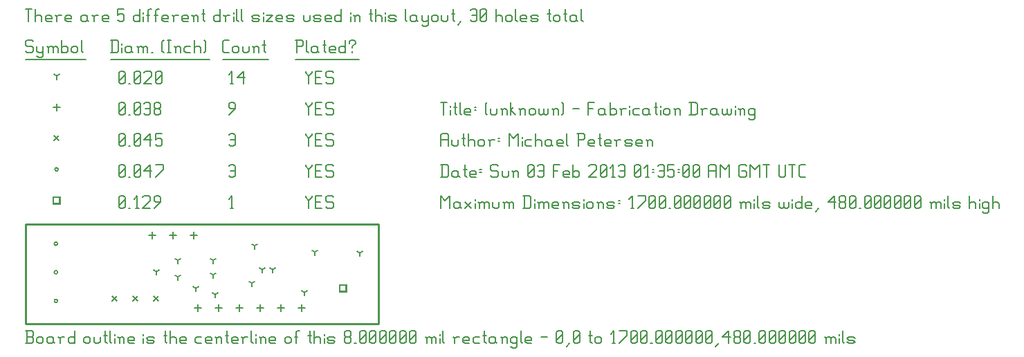
<source format=gbr>
G04 start of page 10 for group -3984 idx -3984 *
G04 Title: (unknown), fab *
G04 Creator: pcb 20110918 *
G04 CreationDate: Sun 03 Feb 2013 01:35:00 AM GMT UTC *
G04 For: petersen *
G04 Format: Gerber/RS-274X *
G04 PCB-Dimensions: 170000 48000 *
G04 PCB-Coordinate-Origin: lower left *
%MOIN*%
%FSLAX25Y25*%
%LNFAB*%
%ADD70C,0.0100*%
%ADD69C,0.0060*%
%ADD68R,0.0080X0.0080*%
G54D68*X151400Y18600D02*X154600D01*
X151400D02*Y15400D01*
X154600D01*
Y18600D02*Y15400D01*
X13400Y60850D02*X16600D01*
X13400D02*Y57650D01*
X16600D01*
Y60850D02*Y57650D01*
G54D69*X135000Y61500D02*Y60750D01*
X136500Y59250D01*
X138000Y60750D01*
Y61500D02*Y60750D01*
X136500Y59250D02*Y55500D01*
X139800Y58500D02*X142050D01*
X139800Y55500D02*X142800D01*
X139800Y61500D02*Y55500D01*
Y61500D02*X142800D01*
X147600D02*X148350Y60750D01*
X145350Y61500D02*X147600D01*
X144600Y60750D02*X145350Y61500D01*
X144600Y60750D02*Y59250D01*
X145350Y58500D01*
X147600D01*
X148350Y57750D01*
Y56250D01*
X147600Y55500D02*X148350Y56250D01*
X145350Y55500D02*X147600D01*
X144600Y56250D02*X145350Y55500D01*
X98750D02*X100250D01*
X99500Y61500D02*Y55500D01*
X98000Y60000D02*X99500Y61500D01*
X45000Y56250D02*X45750Y55500D01*
X45000Y60750D02*Y56250D01*
Y60750D02*X45750Y61500D01*
X47250D01*
X48000Y60750D01*
Y56250D01*
X47250Y55500D02*X48000Y56250D01*
X45750Y55500D02*X47250D01*
X45000Y57000D02*X48000Y60000D01*
X49800Y55500D02*X50550D01*
X53100D02*X54600D01*
X53850Y61500D02*Y55500D01*
X52350Y60000D02*X53850Y61500D01*
X56400Y60750D02*X57150Y61500D01*
X59400D01*
X60150Y60750D01*
Y59250D01*
X56400Y55500D02*X60150Y59250D01*
X56400Y55500D02*X60150D01*
X61950D02*X64950Y58500D01*
Y60750D02*Y58500D01*
X64200Y61500D02*X64950Y60750D01*
X62700Y61500D02*X64200D01*
X61950Y60750D02*X62700Y61500D01*
X61950Y60750D02*Y59250D01*
X62700Y58500D01*
X64950D01*
X13873Y38445D02*G75*G03X15473Y38445I800J0D01*G01*
G75*G03X13873Y38445I-800J0D01*G01*
Y24665D02*G75*G03X15473Y24665I800J0D01*G01*
G75*G03X13873Y24665I-800J0D01*G01*
Y10886D02*G75*G03X15473Y10886I800J0D01*G01*
G75*G03X13873Y10886I-800J0D01*G01*
X14200Y74250D02*G75*G03X15800Y74250I800J0D01*G01*
G75*G03X14200Y74250I-800J0D01*G01*
X135000Y76500D02*Y75750D01*
X136500Y74250D01*
X138000Y75750D01*
Y76500D02*Y75750D01*
X136500Y74250D02*Y70500D01*
X139800Y73500D02*X142050D01*
X139800Y70500D02*X142800D01*
X139800Y76500D02*Y70500D01*
Y76500D02*X142800D01*
X147600D02*X148350Y75750D01*
X145350Y76500D02*X147600D01*
X144600Y75750D02*X145350Y76500D01*
X144600Y75750D02*Y74250D01*
X145350Y73500D01*
X147600D01*
X148350Y72750D01*
Y71250D01*
X147600Y70500D02*X148350Y71250D01*
X145350Y70500D02*X147600D01*
X144600Y71250D02*X145350Y70500D01*
X98000Y75750D02*X98750Y76500D01*
X100250D01*
X101000Y75750D01*
Y71250D01*
X100250Y70500D02*X101000Y71250D01*
X98750Y70500D02*X100250D01*
X98000Y71250D02*X98750Y70500D01*
Y73500D02*X101000D01*
X45000Y71250D02*X45750Y70500D01*
X45000Y75750D02*Y71250D01*
Y75750D02*X45750Y76500D01*
X47250D01*
X48000Y75750D01*
Y71250D01*
X47250Y70500D02*X48000Y71250D01*
X45750Y70500D02*X47250D01*
X45000Y72000D02*X48000Y75000D01*
X49800Y70500D02*X50550D01*
X52350Y71250D02*X53100Y70500D01*
X52350Y75750D02*Y71250D01*
Y75750D02*X53100Y76500D01*
X54600D01*
X55350Y75750D01*
Y71250D01*
X54600Y70500D02*X55350Y71250D01*
X53100Y70500D02*X54600D01*
X52350Y72000D02*X55350Y75000D01*
X57150Y73500D02*X60150Y76500D01*
X57150Y73500D02*X60900D01*
X60150Y76500D02*Y70500D01*
X62700D02*X66450Y74250D01*
Y76500D02*Y74250D01*
X62700Y76500D02*X66450D01*
X61800Y13200D02*X64200Y10800D01*
X61800D02*X64200Y13200D01*
X51800D02*X54200Y10800D01*
X51800D02*X54200Y13200D01*
X41800D02*X44200Y10800D01*
X41800D02*X44200Y13200D01*
X13800Y90450D02*X16200Y88050D01*
X13800D02*X16200Y90450D01*
X135000Y91500D02*Y90750D01*
X136500Y89250D01*
X138000Y90750D01*
Y91500D02*Y90750D01*
X136500Y89250D02*Y85500D01*
X139800Y88500D02*X142050D01*
X139800Y85500D02*X142800D01*
X139800Y91500D02*Y85500D01*
Y91500D02*X142800D01*
X147600D02*X148350Y90750D01*
X145350Y91500D02*X147600D01*
X144600Y90750D02*X145350Y91500D01*
X144600Y90750D02*Y89250D01*
X145350Y88500D01*
X147600D01*
X148350Y87750D01*
Y86250D01*
X147600Y85500D02*X148350Y86250D01*
X145350Y85500D02*X147600D01*
X144600Y86250D02*X145350Y85500D01*
X98000Y90750D02*X98750Y91500D01*
X100250D01*
X101000Y90750D01*
Y86250D01*
X100250Y85500D02*X101000Y86250D01*
X98750Y85500D02*X100250D01*
X98000Y86250D02*X98750Y85500D01*
Y88500D02*X101000D01*
X45000Y86250D02*X45750Y85500D01*
X45000Y90750D02*Y86250D01*
Y90750D02*X45750Y91500D01*
X47250D01*
X48000Y90750D01*
Y86250D01*
X47250Y85500D02*X48000Y86250D01*
X45750Y85500D02*X47250D01*
X45000Y87000D02*X48000Y90000D01*
X49800Y85500D02*X50550D01*
X52350Y86250D02*X53100Y85500D01*
X52350Y90750D02*Y86250D01*
Y90750D02*X53100Y91500D01*
X54600D01*
X55350Y90750D01*
Y86250D01*
X54600Y85500D02*X55350Y86250D01*
X53100Y85500D02*X54600D01*
X52350Y87000D02*X55350Y90000D01*
X57150Y88500D02*X60150Y91500D01*
X57150Y88500D02*X60900D01*
X60150Y91500D02*Y85500D01*
X62700Y91500D02*X65700D01*
X62700D02*Y88500D01*
X63450Y89250D01*
X64950D01*
X65700Y88500D01*
Y86250D01*
X64950Y85500D02*X65700Y86250D01*
X63450Y85500D02*X64950D01*
X62700Y86250D02*X63450Y85500D01*
X61000Y44100D02*Y40900D01*
X59400Y42500D02*X62600D01*
X71000Y44100D02*Y40900D01*
X69400Y42500D02*X72600D01*
X81000Y44100D02*Y40900D01*
X79400Y42500D02*X82600D01*
X133000Y9100D02*Y5900D01*
X131400Y7500D02*X134600D01*
X123000Y9100D02*Y5900D01*
X121400Y7500D02*X124600D01*
X113000Y9100D02*Y5900D01*
X111400Y7500D02*X114600D01*
X103000Y9100D02*Y5900D01*
X101400Y7500D02*X104600D01*
X93000Y9100D02*Y5900D01*
X91400Y7500D02*X94600D01*
X83000Y9100D02*Y5900D01*
X81400Y7500D02*X84600D01*
X15000Y105850D02*Y102650D01*
X13400Y104250D02*X16600D01*
X135000Y106500D02*Y105750D01*
X136500Y104250D01*
X138000Y105750D01*
Y106500D02*Y105750D01*
X136500Y104250D02*Y100500D01*
X139800Y103500D02*X142050D01*
X139800Y100500D02*X142800D01*
X139800Y106500D02*Y100500D01*
Y106500D02*X142800D01*
X147600D02*X148350Y105750D01*
X145350Y106500D02*X147600D01*
X144600Y105750D02*X145350Y106500D01*
X144600Y105750D02*Y104250D01*
X145350Y103500D01*
X147600D01*
X148350Y102750D01*
Y101250D01*
X147600Y100500D02*X148350Y101250D01*
X145350Y100500D02*X147600D01*
X144600Y101250D02*X145350Y100500D01*
X98000D02*X101000Y103500D01*
Y105750D02*Y103500D01*
X100250Y106500D02*X101000Y105750D01*
X98750Y106500D02*X100250D01*
X98000Y105750D02*X98750Y106500D01*
X98000Y105750D02*Y104250D01*
X98750Y103500D01*
X101000D01*
X45000Y101250D02*X45750Y100500D01*
X45000Y105750D02*Y101250D01*
Y105750D02*X45750Y106500D01*
X47250D01*
X48000Y105750D01*
Y101250D01*
X47250Y100500D02*X48000Y101250D01*
X45750Y100500D02*X47250D01*
X45000Y102000D02*X48000Y105000D01*
X49800Y100500D02*X50550D01*
X52350Y101250D02*X53100Y100500D01*
X52350Y105750D02*Y101250D01*
Y105750D02*X53100Y106500D01*
X54600D01*
X55350Y105750D01*
Y101250D01*
X54600Y100500D02*X55350Y101250D01*
X53100Y100500D02*X54600D01*
X52350Y102000D02*X55350Y105000D01*
X57150Y105750D02*X57900Y106500D01*
X59400D01*
X60150Y105750D01*
Y101250D01*
X59400Y100500D02*X60150Y101250D01*
X57900Y100500D02*X59400D01*
X57150Y101250D02*X57900Y100500D01*
Y103500D02*X60150D01*
X61950Y101250D02*X62700Y100500D01*
X61950Y102750D02*Y101250D01*
Y102750D02*X62700Y103500D01*
X64200D01*
X64950Y102750D01*
Y101250D01*
X64200Y100500D02*X64950Y101250D01*
X62700Y100500D02*X64200D01*
X61950Y104250D02*X62700Y103500D01*
X61950Y105750D02*Y104250D01*
Y105750D02*X62700Y106500D01*
X64200D01*
X64950Y105750D01*
Y104250D01*
X64200Y103500D02*X64950Y104250D01*
X109000Y19500D02*Y17900D01*
Y19500D02*X110387Y20300D01*
X109000Y19500D02*X107613Y20300D01*
X73500Y22500D02*Y20900D01*
Y22500D02*X74887Y23300D01*
X73500Y22500D02*X72113Y23300D01*
X73500Y30500D02*Y28900D01*
Y30500D02*X74887Y31300D01*
X73500Y30500D02*X72113Y31300D01*
X90500Y23500D02*Y21900D01*
Y23500D02*X91887Y24300D01*
X90500Y23500D02*X89113Y24300D01*
X139500Y34500D02*Y32900D01*
Y34500D02*X140887Y35300D01*
X139500Y34500D02*X138113Y35300D01*
X110500Y37500D02*Y35900D01*
Y37500D02*X111887Y38300D01*
X110500Y37500D02*X109113Y38300D01*
X90500Y30500D02*Y28900D01*
Y30500D02*X91887Y31300D01*
X90500Y30500D02*X89113Y31300D01*
X119000Y26000D02*Y24400D01*
Y26000D02*X120387Y26800D01*
X119000Y26000D02*X117613Y26800D01*
X161000Y34000D02*Y32400D01*
Y34000D02*X162387Y34800D01*
X161000Y34000D02*X159613Y34800D01*
X114000Y26000D02*Y24400D01*
Y26000D02*X115387Y26800D01*
X114000Y26000D02*X112613Y26800D01*
X82000Y17000D02*Y15400D01*
Y17000D02*X83387Y17800D01*
X82000Y17000D02*X80613Y17800D01*
X134500Y15000D02*Y13400D01*
Y15000D02*X135887Y15800D01*
X134500Y15000D02*X133113Y15800D01*
X91500Y14000D02*Y12400D01*
Y14000D02*X92887Y14800D01*
X91500Y14000D02*X90113Y14800D01*
X63000Y25000D02*Y23400D01*
Y25000D02*X64387Y25800D01*
X63000Y25000D02*X61613Y25800D01*
X15000Y119250D02*Y117650D01*
Y119250D02*X16387Y120050D01*
X15000Y119250D02*X13613Y120050D01*
X135000Y121500D02*Y120750D01*
X136500Y119250D01*
X138000Y120750D01*
Y121500D02*Y120750D01*
X136500Y119250D02*Y115500D01*
X139800Y118500D02*X142050D01*
X139800Y115500D02*X142800D01*
X139800Y121500D02*Y115500D01*
Y121500D02*X142800D01*
X147600D02*X148350Y120750D01*
X145350Y121500D02*X147600D01*
X144600Y120750D02*X145350Y121500D01*
X144600Y120750D02*Y119250D01*
X145350Y118500D01*
X147600D01*
X148350Y117750D01*
Y116250D01*
X147600Y115500D02*X148350Y116250D01*
X145350Y115500D02*X147600D01*
X144600Y116250D02*X145350Y115500D01*
X98750D02*X100250D01*
X99500Y121500D02*Y115500D01*
X98000Y120000D02*X99500Y121500D01*
X102050Y118500D02*X105050Y121500D01*
X102050Y118500D02*X105800D01*
X105050Y121500D02*Y115500D01*
X45000Y116250D02*X45750Y115500D01*
X45000Y120750D02*Y116250D01*
Y120750D02*X45750Y121500D01*
X47250D01*
X48000Y120750D01*
Y116250D01*
X47250Y115500D02*X48000Y116250D01*
X45750Y115500D02*X47250D01*
X45000Y117000D02*X48000Y120000D01*
X49800Y115500D02*X50550D01*
X52350Y116250D02*X53100Y115500D01*
X52350Y120750D02*Y116250D01*
Y120750D02*X53100Y121500D01*
X54600D01*
X55350Y120750D01*
Y116250D01*
X54600Y115500D02*X55350Y116250D01*
X53100Y115500D02*X54600D01*
X52350Y117000D02*X55350Y120000D01*
X57150Y120750D02*X57900Y121500D01*
X60150D01*
X60900Y120750D01*
Y119250D01*
X57150Y115500D02*X60900Y119250D01*
X57150Y115500D02*X60900D01*
X62700Y116250D02*X63450Y115500D01*
X62700Y120750D02*Y116250D01*
Y120750D02*X63450Y121500D01*
X64950D01*
X65700Y120750D01*
Y116250D01*
X64950Y115500D02*X65700Y116250D01*
X63450Y115500D02*X64950D01*
X62700Y117000D02*X65700Y120000D01*
X3000Y136500D02*X3750Y135750D01*
X750Y136500D02*X3000D01*
X0Y135750D02*X750Y136500D01*
X0Y135750D02*Y134250D01*
X750Y133500D01*
X3000D01*
X3750Y132750D01*
Y131250D01*
X3000Y130500D02*X3750Y131250D01*
X750Y130500D02*X3000D01*
X0Y131250D02*X750Y130500D01*
X5550Y133500D02*Y131250D01*
X6300Y130500D01*
X8550Y133500D02*Y129000D01*
X7800Y128250D02*X8550Y129000D01*
X6300Y128250D02*X7800D01*
X5550Y129000D02*X6300Y128250D01*
Y130500D02*X7800D01*
X8550Y131250D01*
X11100Y132750D02*Y130500D01*
Y132750D02*X11850Y133500D01*
X12600D01*
X13350Y132750D01*
Y130500D01*
Y132750D02*X14100Y133500D01*
X14850D01*
X15600Y132750D01*
Y130500D01*
X10350Y133500D02*X11100Y132750D01*
X17400Y136500D02*Y130500D01*
Y131250D02*X18150Y130500D01*
X19650D01*
X20400Y131250D01*
Y132750D02*Y131250D01*
X19650Y133500D02*X20400Y132750D01*
X18150Y133500D02*X19650D01*
X17400Y132750D02*X18150Y133500D01*
X22200Y132750D02*Y131250D01*
Y132750D02*X22950Y133500D01*
X24450D01*
X25200Y132750D01*
Y131250D01*
X24450Y130500D02*X25200Y131250D01*
X22950Y130500D02*X24450D01*
X22200Y131250D02*X22950Y130500D01*
X27000Y136500D02*Y131250D01*
X27750Y130500D01*
X0Y127250D02*X29250D01*
X41750Y136500D02*Y130500D01*
X44000Y136500D02*X44750Y135750D01*
Y131250D01*
X44000Y130500D02*X44750Y131250D01*
X41000Y130500D02*X44000D01*
X41000Y136500D02*X44000D01*
X46550Y135000D02*Y134250D01*
Y132750D02*Y130500D01*
X50300Y133500D02*X51050Y132750D01*
X48800Y133500D02*X50300D01*
X48050Y132750D02*X48800Y133500D01*
X48050Y132750D02*Y131250D01*
X48800Y130500D01*
X51050Y133500D02*Y131250D01*
X51800Y130500D01*
X48800D02*X50300D01*
X51050Y131250D01*
X54350Y132750D02*Y130500D01*
Y132750D02*X55100Y133500D01*
X55850D01*
X56600Y132750D01*
Y130500D01*
Y132750D02*X57350Y133500D01*
X58100D01*
X58850Y132750D01*
Y130500D01*
X53600Y133500D02*X54350Y132750D01*
X60650Y130500D02*X61400D01*
X65900Y131250D02*X66650Y130500D01*
X65900Y135750D02*X66650Y136500D01*
X65900Y135750D02*Y131250D01*
X68450Y136500D02*X69950D01*
X69200D02*Y130500D01*
X68450D02*X69950D01*
X72500Y132750D02*Y130500D01*
Y132750D02*X73250Y133500D01*
X74000D01*
X74750Y132750D01*
Y130500D01*
X71750Y133500D02*X72500Y132750D01*
X77300Y133500D02*X79550D01*
X76550Y132750D02*X77300Y133500D01*
X76550Y132750D02*Y131250D01*
X77300Y130500D01*
X79550D01*
X81350Y136500D02*Y130500D01*
Y132750D02*X82100Y133500D01*
X83600D01*
X84350Y132750D01*
Y130500D01*
X86150Y136500D02*X86900Y135750D01*
Y131250D01*
X86150Y130500D02*X86900Y131250D01*
X41000Y127250D02*X88700D01*
X95750Y130500D02*X98000D01*
X95000Y131250D02*X95750Y130500D01*
X95000Y135750D02*Y131250D01*
Y135750D02*X95750Y136500D01*
X98000D01*
X99800Y132750D02*Y131250D01*
Y132750D02*X100550Y133500D01*
X102050D01*
X102800Y132750D01*
Y131250D01*
X102050Y130500D02*X102800Y131250D01*
X100550Y130500D02*X102050D01*
X99800Y131250D02*X100550Y130500D01*
X104600Y133500D02*Y131250D01*
X105350Y130500D01*
X106850D01*
X107600Y131250D01*
Y133500D02*Y131250D01*
X110150Y132750D02*Y130500D01*
Y132750D02*X110900Y133500D01*
X111650D01*
X112400Y132750D01*
Y130500D01*
X109400Y133500D02*X110150Y132750D01*
X114950Y136500D02*Y131250D01*
X115700Y130500D01*
X114200Y134250D02*X115700D01*
X95000Y127250D02*X117200D01*
X130750Y136500D02*Y130500D01*
X130000Y136500D02*X133000D01*
X133750Y135750D01*
Y134250D01*
X133000Y133500D02*X133750Y134250D01*
X130750Y133500D02*X133000D01*
X135550Y136500D02*Y131250D01*
X136300Y130500D01*
X140050Y133500D02*X140800Y132750D01*
X138550Y133500D02*X140050D01*
X137800Y132750D02*X138550Y133500D01*
X137800Y132750D02*Y131250D01*
X138550Y130500D01*
X140800Y133500D02*Y131250D01*
X141550Y130500D01*
X138550D02*X140050D01*
X140800Y131250D01*
X144100Y136500D02*Y131250D01*
X144850Y130500D01*
X143350Y134250D02*X144850D01*
X147100Y130500D02*X149350D01*
X146350Y131250D02*X147100Y130500D01*
X146350Y132750D02*Y131250D01*
Y132750D02*X147100Y133500D01*
X148600D01*
X149350Y132750D01*
X146350Y132000D02*X149350D01*
Y132750D02*Y132000D01*
X154150Y136500D02*Y130500D01*
X153400D02*X154150Y131250D01*
X151900Y130500D02*X153400D01*
X151150Y131250D02*X151900Y130500D01*
X151150Y132750D02*Y131250D01*
Y132750D02*X151900Y133500D01*
X153400D01*
X154150Y132750D01*
X157450Y133500D02*Y132750D01*
Y131250D02*Y130500D01*
X155950Y135750D02*Y135000D01*
Y135750D02*X156700Y136500D01*
X158200D01*
X158950Y135750D01*
Y135000D01*
X157450Y133500D02*X158950Y135000D01*
X130000Y127250D02*X160750D01*
X0Y151500D02*X3000D01*
X1500D02*Y145500D01*
X4800Y151500D02*Y145500D01*
Y147750D02*X5550Y148500D01*
X7050D01*
X7800Y147750D01*
Y145500D01*
X10350D02*X12600D01*
X9600Y146250D02*X10350Y145500D01*
X9600Y147750D02*Y146250D01*
Y147750D02*X10350Y148500D01*
X11850D01*
X12600Y147750D01*
X9600Y147000D02*X12600D01*
Y147750D02*Y147000D01*
X15150Y147750D02*Y145500D01*
Y147750D02*X15900Y148500D01*
X17400D01*
X14400D02*X15150Y147750D01*
X19950Y145500D02*X22200D01*
X19200Y146250D02*X19950Y145500D01*
X19200Y147750D02*Y146250D01*
Y147750D02*X19950Y148500D01*
X21450D01*
X22200Y147750D01*
X19200Y147000D02*X22200D01*
Y147750D02*Y147000D01*
X28950Y148500D02*X29700Y147750D01*
X27450Y148500D02*X28950D01*
X26700Y147750D02*X27450Y148500D01*
X26700Y147750D02*Y146250D01*
X27450Y145500D01*
X29700Y148500D02*Y146250D01*
X30450Y145500D01*
X27450D02*X28950D01*
X29700Y146250D01*
X33000Y147750D02*Y145500D01*
Y147750D02*X33750Y148500D01*
X35250D01*
X32250D02*X33000Y147750D01*
X37800Y145500D02*X40050D01*
X37050Y146250D02*X37800Y145500D01*
X37050Y147750D02*Y146250D01*
Y147750D02*X37800Y148500D01*
X39300D01*
X40050Y147750D01*
X37050Y147000D02*X40050D01*
Y147750D02*Y147000D01*
X44550Y151500D02*X47550D01*
X44550D02*Y148500D01*
X45300Y149250D01*
X46800D01*
X47550Y148500D01*
Y146250D01*
X46800Y145500D02*X47550Y146250D01*
X45300Y145500D02*X46800D01*
X44550Y146250D02*X45300Y145500D01*
X55050Y151500D02*Y145500D01*
X54300D02*X55050Y146250D01*
X52800Y145500D02*X54300D01*
X52050Y146250D02*X52800Y145500D01*
X52050Y147750D02*Y146250D01*
Y147750D02*X52800Y148500D01*
X54300D01*
X55050Y147750D01*
X56850Y150000D02*Y149250D01*
Y147750D02*Y145500D01*
X59100Y150750D02*Y145500D01*
Y150750D02*X59850Y151500D01*
X60600D01*
X58350Y148500D02*X59850D01*
X62850Y150750D02*Y145500D01*
Y150750D02*X63600Y151500D01*
X64350D01*
X62100Y148500D02*X63600D01*
X66600Y145500D02*X68850D01*
X65850Y146250D02*X66600Y145500D01*
X65850Y147750D02*Y146250D01*
Y147750D02*X66600Y148500D01*
X68100D01*
X68850Y147750D01*
X65850Y147000D02*X68850D01*
Y147750D02*Y147000D01*
X71400Y147750D02*Y145500D01*
Y147750D02*X72150Y148500D01*
X73650D01*
X70650D02*X71400Y147750D01*
X76200Y145500D02*X78450D01*
X75450Y146250D02*X76200Y145500D01*
X75450Y147750D02*Y146250D01*
Y147750D02*X76200Y148500D01*
X77700D01*
X78450Y147750D01*
X75450Y147000D02*X78450D01*
Y147750D02*Y147000D01*
X81000Y147750D02*Y145500D01*
Y147750D02*X81750Y148500D01*
X82500D01*
X83250Y147750D01*
Y145500D01*
X80250Y148500D02*X81000Y147750D01*
X85800Y151500D02*Y146250D01*
X86550Y145500D01*
X85050Y149250D02*X86550D01*
X93750Y151500D02*Y145500D01*
X93000D02*X93750Y146250D01*
X91500Y145500D02*X93000D01*
X90750Y146250D02*X91500Y145500D01*
X90750Y147750D02*Y146250D01*
Y147750D02*X91500Y148500D01*
X93000D01*
X93750Y147750D01*
X96300D02*Y145500D01*
Y147750D02*X97050Y148500D01*
X98550D01*
X95550D02*X96300Y147750D01*
X100350Y150000D02*Y149250D01*
Y147750D02*Y145500D01*
X101850Y151500D02*Y146250D01*
X102600Y145500D01*
X104100Y151500D02*Y146250D01*
X104850Y145500D01*
X109800D02*X112050D01*
X112800Y146250D01*
X112050Y147000D02*X112800Y146250D01*
X109800Y147000D02*X112050D01*
X109050Y147750D02*X109800Y147000D01*
X109050Y147750D02*X109800Y148500D01*
X112050D01*
X112800Y147750D01*
X109050Y146250D02*X109800Y145500D01*
X114600Y150000D02*Y149250D01*
Y147750D02*Y145500D01*
X116100Y148500D02*X119100D01*
X116100Y145500D02*X119100Y148500D01*
X116100Y145500D02*X119100D01*
X121650D02*X123900D01*
X120900Y146250D02*X121650Y145500D01*
X120900Y147750D02*Y146250D01*
Y147750D02*X121650Y148500D01*
X123150D01*
X123900Y147750D01*
X120900Y147000D02*X123900D01*
Y147750D02*Y147000D01*
X126450Y145500D02*X128700D01*
X129450Y146250D01*
X128700Y147000D02*X129450Y146250D01*
X126450Y147000D02*X128700D01*
X125700Y147750D02*X126450Y147000D01*
X125700Y147750D02*X126450Y148500D01*
X128700D01*
X129450Y147750D01*
X125700Y146250D02*X126450Y145500D01*
X133950Y148500D02*Y146250D01*
X134700Y145500D01*
X136200D01*
X136950Y146250D01*
Y148500D02*Y146250D01*
X139500Y145500D02*X141750D01*
X142500Y146250D01*
X141750Y147000D02*X142500Y146250D01*
X139500Y147000D02*X141750D01*
X138750Y147750D02*X139500Y147000D01*
X138750Y147750D02*X139500Y148500D01*
X141750D01*
X142500Y147750D01*
X138750Y146250D02*X139500Y145500D01*
X145050D02*X147300D01*
X144300Y146250D02*X145050Y145500D01*
X144300Y147750D02*Y146250D01*
Y147750D02*X145050Y148500D01*
X146550D01*
X147300Y147750D01*
X144300Y147000D02*X147300D01*
Y147750D02*Y147000D01*
X152100Y151500D02*Y145500D01*
X151350D02*X152100Y146250D01*
X149850Y145500D02*X151350D01*
X149100Y146250D02*X149850Y145500D01*
X149100Y147750D02*Y146250D01*
Y147750D02*X149850Y148500D01*
X151350D01*
X152100Y147750D01*
X156600Y150000D02*Y149250D01*
Y147750D02*Y145500D01*
X158850Y147750D02*Y145500D01*
Y147750D02*X159600Y148500D01*
X160350D01*
X161100Y147750D01*
Y145500D01*
X158100Y148500D02*X158850Y147750D01*
X166350Y151500D02*Y146250D01*
X167100Y145500D01*
X165600Y149250D02*X167100D01*
X168600Y151500D02*Y145500D01*
Y147750D02*X169350Y148500D01*
X170850D01*
X171600Y147750D01*
Y145500D01*
X173400Y150000D02*Y149250D01*
Y147750D02*Y145500D01*
X175650D02*X177900D01*
X178650Y146250D01*
X177900Y147000D02*X178650Y146250D01*
X175650Y147000D02*X177900D01*
X174900Y147750D02*X175650Y147000D01*
X174900Y147750D02*X175650Y148500D01*
X177900D01*
X178650Y147750D01*
X174900Y146250D02*X175650Y145500D01*
X183150Y151500D02*Y146250D01*
X183900Y145500D01*
X187650Y148500D02*X188400Y147750D01*
X186150Y148500D02*X187650D01*
X185400Y147750D02*X186150Y148500D01*
X185400Y147750D02*Y146250D01*
X186150Y145500D01*
X188400Y148500D02*Y146250D01*
X189150Y145500D01*
X186150D02*X187650D01*
X188400Y146250D01*
X190950Y148500D02*Y146250D01*
X191700Y145500D01*
X193950Y148500D02*Y144000D01*
X193200Y143250D02*X193950Y144000D01*
X191700Y143250D02*X193200D01*
X190950Y144000D02*X191700Y143250D01*
Y145500D02*X193200D01*
X193950Y146250D01*
X195750Y147750D02*Y146250D01*
Y147750D02*X196500Y148500D01*
X198000D01*
X198750Y147750D01*
Y146250D01*
X198000Y145500D02*X198750Y146250D01*
X196500Y145500D02*X198000D01*
X195750Y146250D02*X196500Y145500D01*
X200550Y148500D02*Y146250D01*
X201300Y145500D01*
X202800D01*
X203550Y146250D01*
Y148500D02*Y146250D01*
X206100Y151500D02*Y146250D01*
X206850Y145500D01*
X205350Y149250D02*X206850D01*
X208350Y144000D02*X209850Y145500D01*
X214350Y150750D02*X215100Y151500D01*
X216600D01*
X217350Y150750D01*
Y146250D01*
X216600Y145500D02*X217350Y146250D01*
X215100Y145500D02*X216600D01*
X214350Y146250D02*X215100Y145500D01*
Y148500D02*X217350D01*
X219150Y146250D02*X219900Y145500D01*
X219150Y150750D02*Y146250D01*
Y150750D02*X219900Y151500D01*
X221400D01*
X222150Y150750D01*
Y146250D01*
X221400Y145500D02*X222150Y146250D01*
X219900Y145500D02*X221400D01*
X219150Y147000D02*X222150Y150000D01*
X226650Y151500D02*Y145500D01*
Y147750D02*X227400Y148500D01*
X228900D01*
X229650Y147750D01*
Y145500D01*
X231450Y147750D02*Y146250D01*
Y147750D02*X232200Y148500D01*
X233700D01*
X234450Y147750D01*
Y146250D01*
X233700Y145500D02*X234450Y146250D01*
X232200Y145500D02*X233700D01*
X231450Y146250D02*X232200Y145500D01*
X236250Y151500D02*Y146250D01*
X237000Y145500D01*
X239250D02*X241500D01*
X238500Y146250D02*X239250Y145500D01*
X238500Y147750D02*Y146250D01*
Y147750D02*X239250Y148500D01*
X240750D01*
X241500Y147750D01*
X238500Y147000D02*X241500D01*
Y147750D02*Y147000D01*
X244050Y145500D02*X246300D01*
X247050Y146250D01*
X246300Y147000D02*X247050Y146250D01*
X244050Y147000D02*X246300D01*
X243300Y147750D02*X244050Y147000D01*
X243300Y147750D02*X244050Y148500D01*
X246300D01*
X247050Y147750D01*
X243300Y146250D02*X244050Y145500D01*
X252300Y151500D02*Y146250D01*
X253050Y145500D01*
X251550Y149250D02*X253050D01*
X254550Y147750D02*Y146250D01*
Y147750D02*X255300Y148500D01*
X256800D01*
X257550Y147750D01*
Y146250D01*
X256800Y145500D02*X257550Y146250D01*
X255300Y145500D02*X256800D01*
X254550Y146250D02*X255300Y145500D01*
X260100Y151500D02*Y146250D01*
X260850Y145500D01*
X259350Y149250D02*X260850D01*
X264600Y148500D02*X265350Y147750D01*
X263100Y148500D02*X264600D01*
X262350Y147750D02*X263100Y148500D01*
X262350Y147750D02*Y146250D01*
X263100Y145500D01*
X265350Y148500D02*Y146250D01*
X266100Y145500D01*
X263100D02*X264600D01*
X265350Y146250D01*
X267900Y151500D02*Y146250D01*
X268650Y145500D01*
G54D70*X0Y48000D02*X170000D01*
X0D02*Y0D01*
X170000Y48000D02*Y0D01*
X0D02*X170000D01*
G54D69*X200000Y61500D02*Y55500D01*
Y61500D02*X202250Y59250D01*
X204500Y61500D01*
Y55500D01*
X208550Y58500D02*X209300Y57750D01*
X207050Y58500D02*X208550D01*
X206300Y57750D02*X207050Y58500D01*
X206300Y57750D02*Y56250D01*
X207050Y55500D01*
X209300Y58500D02*Y56250D01*
X210050Y55500D01*
X207050D02*X208550D01*
X209300Y56250D01*
X211850Y58500D02*X214850Y55500D01*
X211850D02*X214850Y58500D01*
X216650Y60000D02*Y59250D01*
Y57750D02*Y55500D01*
X218900Y57750D02*Y55500D01*
Y57750D02*X219650Y58500D01*
X220400D01*
X221150Y57750D01*
Y55500D01*
Y57750D02*X221900Y58500D01*
X222650D01*
X223400Y57750D01*
Y55500D01*
X218150Y58500D02*X218900Y57750D01*
X225200Y58500D02*Y56250D01*
X225950Y55500D01*
X227450D01*
X228200Y56250D01*
Y58500D02*Y56250D01*
X230750Y57750D02*Y55500D01*
Y57750D02*X231500Y58500D01*
X232250D01*
X233000Y57750D01*
Y55500D01*
Y57750D02*X233750Y58500D01*
X234500D01*
X235250Y57750D01*
Y55500D01*
X230000Y58500D02*X230750Y57750D01*
X240500Y61500D02*Y55500D01*
X242750Y61500D02*X243500Y60750D01*
Y56250D01*
X242750Y55500D02*X243500Y56250D01*
X239750Y55500D02*X242750D01*
X239750Y61500D02*X242750D01*
X245300Y60000D02*Y59250D01*
Y57750D02*Y55500D01*
X247550Y57750D02*Y55500D01*
Y57750D02*X248300Y58500D01*
X249050D01*
X249800Y57750D01*
Y55500D01*
Y57750D02*X250550Y58500D01*
X251300D01*
X252050Y57750D01*
Y55500D01*
X246800Y58500D02*X247550Y57750D01*
X254600Y55500D02*X256850D01*
X253850Y56250D02*X254600Y55500D01*
X253850Y57750D02*Y56250D01*
Y57750D02*X254600Y58500D01*
X256100D01*
X256850Y57750D01*
X253850Y57000D02*X256850D01*
Y57750D02*Y57000D01*
X259400Y57750D02*Y55500D01*
Y57750D02*X260150Y58500D01*
X260900D01*
X261650Y57750D01*
Y55500D01*
X258650Y58500D02*X259400Y57750D01*
X264200Y55500D02*X266450D01*
X267200Y56250D01*
X266450Y57000D02*X267200Y56250D01*
X264200Y57000D02*X266450D01*
X263450Y57750D02*X264200Y57000D01*
X263450Y57750D02*X264200Y58500D01*
X266450D01*
X267200Y57750D01*
X263450Y56250D02*X264200Y55500D01*
X269000Y60000D02*Y59250D01*
Y57750D02*Y55500D01*
X270500Y57750D02*Y56250D01*
Y57750D02*X271250Y58500D01*
X272750D01*
X273500Y57750D01*
Y56250D01*
X272750Y55500D02*X273500Y56250D01*
X271250Y55500D02*X272750D01*
X270500Y56250D02*X271250Y55500D01*
X276050Y57750D02*Y55500D01*
Y57750D02*X276800Y58500D01*
X277550D01*
X278300Y57750D01*
Y55500D01*
X275300Y58500D02*X276050Y57750D01*
X280850Y55500D02*X283100D01*
X283850Y56250D01*
X283100Y57000D02*X283850Y56250D01*
X280850Y57000D02*X283100D01*
X280100Y57750D02*X280850Y57000D01*
X280100Y57750D02*X280850Y58500D01*
X283100D01*
X283850Y57750D01*
X280100Y56250D02*X280850Y55500D01*
X285650Y59250D02*X286400D01*
X285650Y57750D02*X286400D01*
X291650Y55500D02*X293150D01*
X292400Y61500D02*Y55500D01*
X290900Y60000D02*X292400Y61500D01*
X294950Y55500D02*X298700Y59250D01*
Y61500D02*Y59250D01*
X294950Y61500D02*X298700D01*
X300500Y56250D02*X301250Y55500D01*
X300500Y60750D02*Y56250D01*
Y60750D02*X301250Y61500D01*
X302750D01*
X303500Y60750D01*
Y56250D01*
X302750Y55500D02*X303500Y56250D01*
X301250Y55500D02*X302750D01*
X300500Y57000D02*X303500Y60000D01*
X305300Y56250D02*X306050Y55500D01*
X305300Y60750D02*Y56250D01*
Y60750D02*X306050Y61500D01*
X307550D01*
X308300Y60750D01*
Y56250D01*
X307550Y55500D02*X308300Y56250D01*
X306050Y55500D02*X307550D01*
X305300Y57000D02*X308300Y60000D01*
X310100Y55500D02*X310850D01*
X312650Y56250D02*X313400Y55500D01*
X312650Y60750D02*Y56250D01*
Y60750D02*X313400Y61500D01*
X314900D01*
X315650Y60750D01*
Y56250D01*
X314900Y55500D02*X315650Y56250D01*
X313400Y55500D02*X314900D01*
X312650Y57000D02*X315650Y60000D01*
X317450Y56250D02*X318200Y55500D01*
X317450Y60750D02*Y56250D01*
Y60750D02*X318200Y61500D01*
X319700D01*
X320450Y60750D01*
Y56250D01*
X319700Y55500D02*X320450Y56250D01*
X318200Y55500D02*X319700D01*
X317450Y57000D02*X320450Y60000D01*
X322250Y56250D02*X323000Y55500D01*
X322250Y60750D02*Y56250D01*
Y60750D02*X323000Y61500D01*
X324500D01*
X325250Y60750D01*
Y56250D01*
X324500Y55500D02*X325250Y56250D01*
X323000Y55500D02*X324500D01*
X322250Y57000D02*X325250Y60000D01*
X327050Y56250D02*X327800Y55500D01*
X327050Y60750D02*Y56250D01*
Y60750D02*X327800Y61500D01*
X329300D01*
X330050Y60750D01*
Y56250D01*
X329300Y55500D02*X330050Y56250D01*
X327800Y55500D02*X329300D01*
X327050Y57000D02*X330050Y60000D01*
X331850Y56250D02*X332600Y55500D01*
X331850Y60750D02*Y56250D01*
Y60750D02*X332600Y61500D01*
X334100D01*
X334850Y60750D01*
Y56250D01*
X334100Y55500D02*X334850Y56250D01*
X332600Y55500D02*X334100D01*
X331850Y57000D02*X334850Y60000D01*
X336650Y56250D02*X337400Y55500D01*
X336650Y60750D02*Y56250D01*
Y60750D02*X337400Y61500D01*
X338900D01*
X339650Y60750D01*
Y56250D01*
X338900Y55500D02*X339650Y56250D01*
X337400Y55500D02*X338900D01*
X336650Y57000D02*X339650Y60000D01*
X344900Y57750D02*Y55500D01*
Y57750D02*X345650Y58500D01*
X346400D01*
X347150Y57750D01*
Y55500D01*
Y57750D02*X347900Y58500D01*
X348650D01*
X349400Y57750D01*
Y55500D01*
X344150Y58500D02*X344900Y57750D01*
X351200Y60000D02*Y59250D01*
Y57750D02*Y55500D01*
X352700Y61500D02*Y56250D01*
X353450Y55500D01*
X355700D02*X357950D01*
X358700Y56250D01*
X357950Y57000D02*X358700Y56250D01*
X355700Y57000D02*X357950D01*
X354950Y57750D02*X355700Y57000D01*
X354950Y57750D02*X355700Y58500D01*
X357950D01*
X358700Y57750D01*
X354950Y56250D02*X355700Y55500D01*
X363200Y58500D02*Y56250D01*
X363950Y55500D01*
X364700D01*
X365450Y56250D01*
Y58500D02*Y56250D01*
X366200Y55500D01*
X366950D01*
X367700Y56250D01*
Y58500D02*Y56250D01*
X369500Y60000D02*Y59250D01*
Y57750D02*Y55500D01*
X374000Y61500D02*Y55500D01*
X373250D02*X374000Y56250D01*
X371750Y55500D02*X373250D01*
X371000Y56250D02*X371750Y55500D01*
X371000Y57750D02*Y56250D01*
Y57750D02*X371750Y58500D01*
X373250D01*
X374000Y57750D01*
X376550Y55500D02*X378800D01*
X375800Y56250D02*X376550Y55500D01*
X375800Y57750D02*Y56250D01*
Y57750D02*X376550Y58500D01*
X378050D01*
X378800Y57750D01*
X375800Y57000D02*X378800D01*
Y57750D02*Y57000D01*
X380600Y54000D02*X382100Y55500D01*
X386600Y58500D02*X389600Y61500D01*
X386600Y58500D02*X390350D01*
X389600Y61500D02*Y55500D01*
X392150Y56250D02*X392900Y55500D01*
X392150Y57750D02*Y56250D01*
Y57750D02*X392900Y58500D01*
X394400D01*
X395150Y57750D01*
Y56250D01*
X394400Y55500D02*X395150Y56250D01*
X392900Y55500D02*X394400D01*
X392150Y59250D02*X392900Y58500D01*
X392150Y60750D02*Y59250D01*
Y60750D02*X392900Y61500D01*
X394400D01*
X395150Y60750D01*
Y59250D01*
X394400Y58500D02*X395150Y59250D01*
X396950Y56250D02*X397700Y55500D01*
X396950Y60750D02*Y56250D01*
Y60750D02*X397700Y61500D01*
X399200D01*
X399950Y60750D01*
Y56250D01*
X399200Y55500D02*X399950Y56250D01*
X397700Y55500D02*X399200D01*
X396950Y57000D02*X399950Y60000D01*
X401750Y55500D02*X402500D01*
X404300Y56250D02*X405050Y55500D01*
X404300Y60750D02*Y56250D01*
Y60750D02*X405050Y61500D01*
X406550D01*
X407300Y60750D01*
Y56250D01*
X406550Y55500D02*X407300Y56250D01*
X405050Y55500D02*X406550D01*
X404300Y57000D02*X407300Y60000D01*
X409100Y56250D02*X409850Y55500D01*
X409100Y60750D02*Y56250D01*
Y60750D02*X409850Y61500D01*
X411350D01*
X412100Y60750D01*
Y56250D01*
X411350Y55500D02*X412100Y56250D01*
X409850Y55500D02*X411350D01*
X409100Y57000D02*X412100Y60000D01*
X413900Y56250D02*X414650Y55500D01*
X413900Y60750D02*Y56250D01*
Y60750D02*X414650Y61500D01*
X416150D01*
X416900Y60750D01*
Y56250D01*
X416150Y55500D02*X416900Y56250D01*
X414650Y55500D02*X416150D01*
X413900Y57000D02*X416900Y60000D01*
X418700Y56250D02*X419450Y55500D01*
X418700Y60750D02*Y56250D01*
Y60750D02*X419450Y61500D01*
X420950D01*
X421700Y60750D01*
Y56250D01*
X420950Y55500D02*X421700Y56250D01*
X419450Y55500D02*X420950D01*
X418700Y57000D02*X421700Y60000D01*
X423500Y56250D02*X424250Y55500D01*
X423500Y60750D02*Y56250D01*
Y60750D02*X424250Y61500D01*
X425750D01*
X426500Y60750D01*
Y56250D01*
X425750Y55500D02*X426500Y56250D01*
X424250Y55500D02*X425750D01*
X423500Y57000D02*X426500Y60000D01*
X428300Y56250D02*X429050Y55500D01*
X428300Y60750D02*Y56250D01*
Y60750D02*X429050Y61500D01*
X430550D01*
X431300Y60750D01*
Y56250D01*
X430550Y55500D02*X431300Y56250D01*
X429050Y55500D02*X430550D01*
X428300Y57000D02*X431300Y60000D01*
X436550Y57750D02*Y55500D01*
Y57750D02*X437300Y58500D01*
X438050D01*
X438800Y57750D01*
Y55500D01*
Y57750D02*X439550Y58500D01*
X440300D01*
X441050Y57750D01*
Y55500D01*
X435800Y58500D02*X436550Y57750D01*
X442850Y60000D02*Y59250D01*
Y57750D02*Y55500D01*
X444350Y61500D02*Y56250D01*
X445100Y55500D01*
X447350D02*X449600D01*
X450350Y56250D01*
X449600Y57000D02*X450350Y56250D01*
X447350Y57000D02*X449600D01*
X446600Y57750D02*X447350Y57000D01*
X446600Y57750D02*X447350Y58500D01*
X449600D01*
X450350Y57750D01*
X446600Y56250D02*X447350Y55500D01*
X454850Y61500D02*Y55500D01*
Y57750D02*X455600Y58500D01*
X457100D01*
X457850Y57750D01*
Y55500D01*
X459650Y60000D02*Y59250D01*
Y57750D02*Y55500D01*
X463400Y58500D02*X464150Y57750D01*
X461900Y58500D02*X463400D01*
X461150Y57750D02*X461900Y58500D01*
X461150Y57750D02*Y56250D01*
X461900Y55500D01*
X463400D01*
X464150Y56250D01*
X461150Y54000D02*X461900Y53250D01*
X463400D01*
X464150Y54000D01*
Y58500D02*Y54000D01*
X465950Y61500D02*Y55500D01*
Y57750D02*X466700Y58500D01*
X468200D01*
X468950Y57750D01*
Y55500D01*
X0Y-9500D02*X3000D01*
X3750Y-8750D01*
Y-7250D02*Y-8750D01*
X3000Y-6500D02*X3750Y-7250D01*
X750Y-6500D02*X3000D01*
X750Y-3500D02*Y-9500D01*
X0Y-3500D02*X3000D01*
X3750Y-4250D01*
Y-5750D01*
X3000Y-6500D02*X3750Y-5750D01*
X5550Y-7250D02*Y-8750D01*
Y-7250D02*X6300Y-6500D01*
X7800D01*
X8550Y-7250D01*
Y-8750D01*
X7800Y-9500D02*X8550Y-8750D01*
X6300Y-9500D02*X7800D01*
X5550Y-8750D02*X6300Y-9500D01*
X12600Y-6500D02*X13350Y-7250D01*
X11100Y-6500D02*X12600D01*
X10350Y-7250D02*X11100Y-6500D01*
X10350Y-7250D02*Y-8750D01*
X11100Y-9500D01*
X13350Y-6500D02*Y-8750D01*
X14100Y-9500D01*
X11100D02*X12600D01*
X13350Y-8750D01*
X16650Y-7250D02*Y-9500D01*
Y-7250D02*X17400Y-6500D01*
X18900D01*
X15900D02*X16650Y-7250D01*
X23700Y-3500D02*Y-9500D01*
X22950D02*X23700Y-8750D01*
X21450Y-9500D02*X22950D01*
X20700Y-8750D02*X21450Y-9500D01*
X20700Y-7250D02*Y-8750D01*
Y-7250D02*X21450Y-6500D01*
X22950D01*
X23700Y-7250D01*
X28200D02*Y-8750D01*
Y-7250D02*X28950Y-6500D01*
X30450D01*
X31200Y-7250D01*
Y-8750D01*
X30450Y-9500D02*X31200Y-8750D01*
X28950Y-9500D02*X30450D01*
X28200Y-8750D02*X28950Y-9500D01*
X33000Y-6500D02*Y-8750D01*
X33750Y-9500D01*
X35250D01*
X36000Y-8750D01*
Y-6500D02*Y-8750D01*
X38550Y-3500D02*Y-8750D01*
X39300Y-9500D01*
X37800Y-5750D02*X39300D01*
X40800Y-3500D02*Y-8750D01*
X41550Y-9500D01*
X43050Y-5000D02*Y-5750D01*
Y-7250D02*Y-9500D01*
X45300Y-7250D02*Y-9500D01*
Y-7250D02*X46050Y-6500D01*
X46800D01*
X47550Y-7250D01*
Y-9500D01*
X44550Y-6500D02*X45300Y-7250D01*
X50100Y-9500D02*X52350D01*
X49350Y-8750D02*X50100Y-9500D01*
X49350Y-7250D02*Y-8750D01*
Y-7250D02*X50100Y-6500D01*
X51600D01*
X52350Y-7250D01*
X49350Y-8000D02*X52350D01*
Y-7250D02*Y-8000D01*
X56850Y-5000D02*Y-5750D01*
Y-7250D02*Y-9500D01*
X59100D02*X61350D01*
X62100Y-8750D01*
X61350Y-8000D02*X62100Y-8750D01*
X59100Y-8000D02*X61350D01*
X58350Y-7250D02*X59100Y-8000D01*
X58350Y-7250D02*X59100Y-6500D01*
X61350D01*
X62100Y-7250D01*
X58350Y-8750D02*X59100Y-9500D01*
X67350Y-3500D02*Y-8750D01*
X68100Y-9500D01*
X66600Y-5750D02*X68100D01*
X69600Y-3500D02*Y-9500D01*
Y-7250D02*X70350Y-6500D01*
X71850D01*
X72600Y-7250D01*
Y-9500D01*
X75150D02*X77400D01*
X74400Y-8750D02*X75150Y-9500D01*
X74400Y-7250D02*Y-8750D01*
Y-7250D02*X75150Y-6500D01*
X76650D01*
X77400Y-7250D01*
X74400Y-8000D02*X77400D01*
Y-7250D02*Y-8000D01*
X82650Y-6500D02*X84900D01*
X81900Y-7250D02*X82650Y-6500D01*
X81900Y-7250D02*Y-8750D01*
X82650Y-9500D01*
X84900D01*
X87450D02*X89700D01*
X86700Y-8750D02*X87450Y-9500D01*
X86700Y-7250D02*Y-8750D01*
Y-7250D02*X87450Y-6500D01*
X88950D01*
X89700Y-7250D01*
X86700Y-8000D02*X89700D01*
Y-7250D02*Y-8000D01*
X92250Y-7250D02*Y-9500D01*
Y-7250D02*X93000Y-6500D01*
X93750D01*
X94500Y-7250D01*
Y-9500D01*
X91500Y-6500D02*X92250Y-7250D01*
X97050Y-3500D02*Y-8750D01*
X97800Y-9500D01*
X96300Y-5750D02*X97800D01*
X100050Y-9500D02*X102300D01*
X99300Y-8750D02*X100050Y-9500D01*
X99300Y-7250D02*Y-8750D01*
Y-7250D02*X100050Y-6500D01*
X101550D01*
X102300Y-7250D01*
X99300Y-8000D02*X102300D01*
Y-7250D02*Y-8000D01*
X104850Y-7250D02*Y-9500D01*
Y-7250D02*X105600Y-6500D01*
X107100D01*
X104100D02*X104850Y-7250D01*
X108900Y-3500D02*Y-8750D01*
X109650Y-9500D01*
X111150Y-5000D02*Y-5750D01*
Y-7250D02*Y-9500D01*
X113400Y-7250D02*Y-9500D01*
Y-7250D02*X114150Y-6500D01*
X114900D01*
X115650Y-7250D01*
Y-9500D01*
X112650Y-6500D02*X113400Y-7250D01*
X118200Y-9500D02*X120450D01*
X117450Y-8750D02*X118200Y-9500D01*
X117450Y-7250D02*Y-8750D01*
Y-7250D02*X118200Y-6500D01*
X119700D01*
X120450Y-7250D01*
X117450Y-8000D02*X120450D01*
Y-7250D02*Y-8000D01*
X124950Y-7250D02*Y-8750D01*
Y-7250D02*X125700Y-6500D01*
X127200D01*
X127950Y-7250D01*
Y-8750D01*
X127200Y-9500D02*X127950Y-8750D01*
X125700Y-9500D02*X127200D01*
X124950Y-8750D02*X125700Y-9500D01*
X130500Y-4250D02*Y-9500D01*
Y-4250D02*X131250Y-3500D01*
X132000D01*
X129750Y-6500D02*X131250D01*
X136950Y-3500D02*Y-8750D01*
X137700Y-9500D01*
X136200Y-5750D02*X137700D01*
X139200Y-3500D02*Y-9500D01*
Y-7250D02*X139950Y-6500D01*
X141450D01*
X142200Y-7250D01*
Y-9500D01*
X144000Y-5000D02*Y-5750D01*
Y-7250D02*Y-9500D01*
X146250D02*X148500D01*
X149250Y-8750D01*
X148500Y-8000D02*X149250Y-8750D01*
X146250Y-8000D02*X148500D01*
X145500Y-7250D02*X146250Y-8000D01*
X145500Y-7250D02*X146250Y-6500D01*
X148500D01*
X149250Y-7250D01*
X145500Y-8750D02*X146250Y-9500D01*
X153750Y-8750D02*X154500Y-9500D01*
X153750Y-7250D02*Y-8750D01*
Y-7250D02*X154500Y-6500D01*
X156000D01*
X156750Y-7250D01*
Y-8750D01*
X156000Y-9500D02*X156750Y-8750D01*
X154500Y-9500D02*X156000D01*
X153750Y-5750D02*X154500Y-6500D01*
X153750Y-4250D02*Y-5750D01*
Y-4250D02*X154500Y-3500D01*
X156000D01*
X156750Y-4250D01*
Y-5750D01*
X156000Y-6500D02*X156750Y-5750D01*
X158550Y-9500D02*X159300D01*
X161100Y-8750D02*X161850Y-9500D01*
X161100Y-4250D02*Y-8750D01*
Y-4250D02*X161850Y-3500D01*
X163350D01*
X164100Y-4250D01*
Y-8750D01*
X163350Y-9500D02*X164100Y-8750D01*
X161850Y-9500D02*X163350D01*
X161100Y-8000D02*X164100Y-5000D01*
X165900Y-8750D02*X166650Y-9500D01*
X165900Y-4250D02*Y-8750D01*
Y-4250D02*X166650Y-3500D01*
X168150D01*
X168900Y-4250D01*
Y-8750D01*
X168150Y-9500D02*X168900Y-8750D01*
X166650Y-9500D02*X168150D01*
X165900Y-8000D02*X168900Y-5000D01*
X170700Y-8750D02*X171450Y-9500D01*
X170700Y-4250D02*Y-8750D01*
Y-4250D02*X171450Y-3500D01*
X172950D01*
X173700Y-4250D01*
Y-8750D01*
X172950Y-9500D02*X173700Y-8750D01*
X171450Y-9500D02*X172950D01*
X170700Y-8000D02*X173700Y-5000D01*
X175500Y-8750D02*X176250Y-9500D01*
X175500Y-4250D02*Y-8750D01*
Y-4250D02*X176250Y-3500D01*
X177750D01*
X178500Y-4250D01*
Y-8750D01*
X177750Y-9500D02*X178500Y-8750D01*
X176250Y-9500D02*X177750D01*
X175500Y-8000D02*X178500Y-5000D01*
X180300Y-8750D02*X181050Y-9500D01*
X180300Y-4250D02*Y-8750D01*
Y-4250D02*X181050Y-3500D01*
X182550D01*
X183300Y-4250D01*
Y-8750D01*
X182550Y-9500D02*X183300Y-8750D01*
X181050Y-9500D02*X182550D01*
X180300Y-8000D02*X183300Y-5000D01*
X185100Y-8750D02*X185850Y-9500D01*
X185100Y-4250D02*Y-8750D01*
Y-4250D02*X185850Y-3500D01*
X187350D01*
X188100Y-4250D01*
Y-8750D01*
X187350Y-9500D02*X188100Y-8750D01*
X185850Y-9500D02*X187350D01*
X185100Y-8000D02*X188100Y-5000D01*
X193350Y-7250D02*Y-9500D01*
Y-7250D02*X194100Y-6500D01*
X194850D01*
X195600Y-7250D01*
Y-9500D01*
Y-7250D02*X196350Y-6500D01*
X197100D01*
X197850Y-7250D01*
Y-9500D01*
X192600Y-6500D02*X193350Y-7250D01*
X199650Y-5000D02*Y-5750D01*
Y-7250D02*Y-9500D01*
X201150Y-3500D02*Y-8750D01*
X201900Y-9500D01*
X206850Y-7250D02*Y-9500D01*
Y-7250D02*X207600Y-6500D01*
X209100D01*
X206100D02*X206850Y-7250D01*
X211650Y-9500D02*X213900D01*
X210900Y-8750D02*X211650Y-9500D01*
X210900Y-7250D02*Y-8750D01*
Y-7250D02*X211650Y-6500D01*
X213150D01*
X213900Y-7250D01*
X210900Y-8000D02*X213900D01*
Y-7250D02*Y-8000D01*
X216450Y-6500D02*X218700D01*
X215700Y-7250D02*X216450Y-6500D01*
X215700Y-7250D02*Y-8750D01*
X216450Y-9500D01*
X218700D01*
X221250Y-3500D02*Y-8750D01*
X222000Y-9500D01*
X220500Y-5750D02*X222000D01*
X225750Y-6500D02*X226500Y-7250D01*
X224250Y-6500D02*X225750D01*
X223500Y-7250D02*X224250Y-6500D01*
X223500Y-7250D02*Y-8750D01*
X224250Y-9500D01*
X226500Y-6500D02*Y-8750D01*
X227250Y-9500D01*
X224250D02*X225750D01*
X226500Y-8750D01*
X229800Y-7250D02*Y-9500D01*
Y-7250D02*X230550Y-6500D01*
X231300D01*
X232050Y-7250D01*
Y-9500D01*
X229050Y-6500D02*X229800Y-7250D01*
X236100Y-6500D02*X236850Y-7250D01*
X234600Y-6500D02*X236100D01*
X233850Y-7250D02*X234600Y-6500D01*
X233850Y-7250D02*Y-8750D01*
X234600Y-9500D01*
X236100D01*
X236850Y-8750D01*
X233850Y-11000D02*X234600Y-11750D01*
X236100D01*
X236850Y-11000D01*
Y-6500D02*Y-11000D01*
X238650Y-3500D02*Y-8750D01*
X239400Y-9500D01*
X241650D02*X243900D01*
X240900Y-8750D02*X241650Y-9500D01*
X240900Y-7250D02*Y-8750D01*
Y-7250D02*X241650Y-6500D01*
X243150D01*
X243900Y-7250D01*
X240900Y-8000D02*X243900D01*
Y-7250D02*Y-8000D01*
X248400Y-6500D02*X251400D01*
X255900Y-8750D02*X256650Y-9500D01*
X255900Y-4250D02*Y-8750D01*
Y-4250D02*X256650Y-3500D01*
X258150D01*
X258900Y-4250D01*
Y-8750D01*
X258150Y-9500D02*X258900Y-8750D01*
X256650Y-9500D02*X258150D01*
X255900Y-8000D02*X258900Y-5000D01*
X260700Y-11000D02*X262200Y-9500D01*
X264000Y-8750D02*X264750Y-9500D01*
X264000Y-4250D02*Y-8750D01*
Y-4250D02*X264750Y-3500D01*
X266250D01*
X267000Y-4250D01*
Y-8750D01*
X266250Y-9500D02*X267000Y-8750D01*
X264750Y-9500D02*X266250D01*
X264000Y-8000D02*X267000Y-5000D01*
X272250Y-3500D02*Y-8750D01*
X273000Y-9500D01*
X271500Y-5750D02*X273000D01*
X274500Y-7250D02*Y-8750D01*
Y-7250D02*X275250Y-6500D01*
X276750D01*
X277500Y-7250D01*
Y-8750D01*
X276750Y-9500D02*X277500Y-8750D01*
X275250Y-9500D02*X276750D01*
X274500Y-8750D02*X275250Y-9500D01*
X282750D02*X284250D01*
X283500Y-3500D02*Y-9500D01*
X282000Y-5000D02*X283500Y-3500D01*
X286050Y-9500D02*X289800Y-5750D01*
Y-3500D02*Y-5750D01*
X286050Y-3500D02*X289800D01*
X291600Y-8750D02*X292350Y-9500D01*
X291600Y-4250D02*Y-8750D01*
Y-4250D02*X292350Y-3500D01*
X293850D01*
X294600Y-4250D01*
Y-8750D01*
X293850Y-9500D02*X294600Y-8750D01*
X292350Y-9500D02*X293850D01*
X291600Y-8000D02*X294600Y-5000D01*
X296400Y-8750D02*X297150Y-9500D01*
X296400Y-4250D02*Y-8750D01*
Y-4250D02*X297150Y-3500D01*
X298650D01*
X299400Y-4250D01*
Y-8750D01*
X298650Y-9500D02*X299400Y-8750D01*
X297150Y-9500D02*X298650D01*
X296400Y-8000D02*X299400Y-5000D01*
X301200Y-9500D02*X301950D01*
X303750Y-8750D02*X304500Y-9500D01*
X303750Y-4250D02*Y-8750D01*
Y-4250D02*X304500Y-3500D01*
X306000D01*
X306750Y-4250D01*
Y-8750D01*
X306000Y-9500D02*X306750Y-8750D01*
X304500Y-9500D02*X306000D01*
X303750Y-8000D02*X306750Y-5000D01*
X308550Y-8750D02*X309300Y-9500D01*
X308550Y-4250D02*Y-8750D01*
Y-4250D02*X309300Y-3500D01*
X310800D01*
X311550Y-4250D01*
Y-8750D01*
X310800Y-9500D02*X311550Y-8750D01*
X309300Y-9500D02*X310800D01*
X308550Y-8000D02*X311550Y-5000D01*
X313350Y-8750D02*X314100Y-9500D01*
X313350Y-4250D02*Y-8750D01*
Y-4250D02*X314100Y-3500D01*
X315600D01*
X316350Y-4250D01*
Y-8750D01*
X315600Y-9500D02*X316350Y-8750D01*
X314100Y-9500D02*X315600D01*
X313350Y-8000D02*X316350Y-5000D01*
X318150Y-8750D02*X318900Y-9500D01*
X318150Y-4250D02*Y-8750D01*
Y-4250D02*X318900Y-3500D01*
X320400D01*
X321150Y-4250D01*
Y-8750D01*
X320400Y-9500D02*X321150Y-8750D01*
X318900Y-9500D02*X320400D01*
X318150Y-8000D02*X321150Y-5000D01*
X322950Y-8750D02*X323700Y-9500D01*
X322950Y-4250D02*Y-8750D01*
Y-4250D02*X323700Y-3500D01*
X325200D01*
X325950Y-4250D01*
Y-8750D01*
X325200Y-9500D02*X325950Y-8750D01*
X323700Y-9500D02*X325200D01*
X322950Y-8000D02*X325950Y-5000D01*
X327750Y-8750D02*X328500Y-9500D01*
X327750Y-4250D02*Y-8750D01*
Y-4250D02*X328500Y-3500D01*
X330000D01*
X330750Y-4250D01*
Y-8750D01*
X330000Y-9500D02*X330750Y-8750D01*
X328500Y-9500D02*X330000D01*
X327750Y-8000D02*X330750Y-5000D01*
X332550Y-11000D02*X334050Y-9500D01*
X335850Y-6500D02*X338850Y-3500D01*
X335850Y-6500D02*X339600D01*
X338850Y-3500D02*Y-9500D01*
X341400Y-8750D02*X342150Y-9500D01*
X341400Y-7250D02*Y-8750D01*
Y-7250D02*X342150Y-6500D01*
X343650D01*
X344400Y-7250D01*
Y-8750D01*
X343650Y-9500D02*X344400Y-8750D01*
X342150Y-9500D02*X343650D01*
X341400Y-5750D02*X342150Y-6500D01*
X341400Y-4250D02*Y-5750D01*
Y-4250D02*X342150Y-3500D01*
X343650D01*
X344400Y-4250D01*
Y-5750D01*
X343650Y-6500D02*X344400Y-5750D01*
X346200Y-8750D02*X346950Y-9500D01*
X346200Y-4250D02*Y-8750D01*
Y-4250D02*X346950Y-3500D01*
X348450D01*
X349200Y-4250D01*
Y-8750D01*
X348450Y-9500D02*X349200Y-8750D01*
X346950Y-9500D02*X348450D01*
X346200Y-8000D02*X349200Y-5000D01*
X351000Y-9500D02*X351750D01*
X353550Y-8750D02*X354300Y-9500D01*
X353550Y-4250D02*Y-8750D01*
Y-4250D02*X354300Y-3500D01*
X355800D01*
X356550Y-4250D01*
Y-8750D01*
X355800Y-9500D02*X356550Y-8750D01*
X354300Y-9500D02*X355800D01*
X353550Y-8000D02*X356550Y-5000D01*
X358350Y-8750D02*X359100Y-9500D01*
X358350Y-4250D02*Y-8750D01*
Y-4250D02*X359100Y-3500D01*
X360600D01*
X361350Y-4250D01*
Y-8750D01*
X360600Y-9500D02*X361350Y-8750D01*
X359100Y-9500D02*X360600D01*
X358350Y-8000D02*X361350Y-5000D01*
X363150Y-8750D02*X363900Y-9500D01*
X363150Y-4250D02*Y-8750D01*
Y-4250D02*X363900Y-3500D01*
X365400D01*
X366150Y-4250D01*
Y-8750D01*
X365400Y-9500D02*X366150Y-8750D01*
X363900Y-9500D02*X365400D01*
X363150Y-8000D02*X366150Y-5000D01*
X367950Y-8750D02*X368700Y-9500D01*
X367950Y-4250D02*Y-8750D01*
Y-4250D02*X368700Y-3500D01*
X370200D01*
X370950Y-4250D01*
Y-8750D01*
X370200Y-9500D02*X370950Y-8750D01*
X368700Y-9500D02*X370200D01*
X367950Y-8000D02*X370950Y-5000D01*
X372750Y-8750D02*X373500Y-9500D01*
X372750Y-4250D02*Y-8750D01*
Y-4250D02*X373500Y-3500D01*
X375000D01*
X375750Y-4250D01*
Y-8750D01*
X375000Y-9500D02*X375750Y-8750D01*
X373500Y-9500D02*X375000D01*
X372750Y-8000D02*X375750Y-5000D01*
X377550Y-8750D02*X378300Y-9500D01*
X377550Y-4250D02*Y-8750D01*
Y-4250D02*X378300Y-3500D01*
X379800D01*
X380550Y-4250D01*
Y-8750D01*
X379800Y-9500D02*X380550Y-8750D01*
X378300Y-9500D02*X379800D01*
X377550Y-8000D02*X380550Y-5000D01*
X385800Y-7250D02*Y-9500D01*
Y-7250D02*X386550Y-6500D01*
X387300D01*
X388050Y-7250D01*
Y-9500D01*
Y-7250D02*X388800Y-6500D01*
X389550D01*
X390300Y-7250D01*
Y-9500D01*
X385050Y-6500D02*X385800Y-7250D01*
X392100Y-5000D02*Y-5750D01*
Y-7250D02*Y-9500D01*
X393600Y-3500D02*Y-8750D01*
X394350Y-9500D01*
X396600D02*X398850D01*
X399600Y-8750D01*
X398850Y-8000D02*X399600Y-8750D01*
X396600Y-8000D02*X398850D01*
X395850Y-7250D02*X396600Y-8000D01*
X395850Y-7250D02*X396600Y-6500D01*
X398850D01*
X399600Y-7250D01*
X395850Y-8750D02*X396600Y-9500D01*
X200750Y76500D02*Y70500D01*
X203000Y76500D02*X203750Y75750D01*
Y71250D01*
X203000Y70500D02*X203750Y71250D01*
X200000Y70500D02*X203000D01*
X200000Y76500D02*X203000D01*
X207800Y73500D02*X208550Y72750D01*
X206300Y73500D02*X207800D01*
X205550Y72750D02*X206300Y73500D01*
X205550Y72750D02*Y71250D01*
X206300Y70500D01*
X208550Y73500D02*Y71250D01*
X209300Y70500D01*
X206300D02*X207800D01*
X208550Y71250D01*
X211850Y76500D02*Y71250D01*
X212600Y70500D01*
X211100Y74250D02*X212600D01*
X214850Y70500D02*X217100D01*
X214100Y71250D02*X214850Y70500D01*
X214100Y72750D02*Y71250D01*
Y72750D02*X214850Y73500D01*
X216350D01*
X217100Y72750D01*
X214100Y72000D02*X217100D01*
Y72750D02*Y72000D01*
X218900Y74250D02*X219650D01*
X218900Y72750D02*X219650D01*
X227150Y76500D02*X227900Y75750D01*
X224900Y76500D02*X227150D01*
X224150Y75750D02*X224900Y76500D01*
X224150Y75750D02*Y74250D01*
X224900Y73500D01*
X227150D01*
X227900Y72750D01*
Y71250D01*
X227150Y70500D02*X227900Y71250D01*
X224900Y70500D02*X227150D01*
X224150Y71250D02*X224900Y70500D01*
X229700Y73500D02*Y71250D01*
X230450Y70500D01*
X231950D01*
X232700Y71250D01*
Y73500D02*Y71250D01*
X235250Y72750D02*Y70500D01*
Y72750D02*X236000Y73500D01*
X236750D01*
X237500Y72750D01*
Y70500D01*
X234500Y73500D02*X235250Y72750D01*
X242000Y71250D02*X242750Y70500D01*
X242000Y75750D02*Y71250D01*
Y75750D02*X242750Y76500D01*
X244250D01*
X245000Y75750D01*
Y71250D01*
X244250Y70500D02*X245000Y71250D01*
X242750Y70500D02*X244250D01*
X242000Y72000D02*X245000Y75000D01*
X246800Y75750D02*X247550Y76500D01*
X249050D01*
X249800Y75750D01*
Y71250D01*
X249050Y70500D02*X249800Y71250D01*
X247550Y70500D02*X249050D01*
X246800Y71250D02*X247550Y70500D01*
Y73500D02*X249800D01*
X254300Y76500D02*Y70500D01*
Y76500D02*X257300D01*
X254300Y73500D02*X256550D01*
X259850Y70500D02*X262100D01*
X259100Y71250D02*X259850Y70500D01*
X259100Y72750D02*Y71250D01*
Y72750D02*X259850Y73500D01*
X261350D01*
X262100Y72750D01*
X259100Y72000D02*X262100D01*
Y72750D02*Y72000D01*
X263900Y76500D02*Y70500D01*
Y71250D02*X264650Y70500D01*
X266150D01*
X266900Y71250D01*
Y72750D02*Y71250D01*
X266150Y73500D02*X266900Y72750D01*
X264650Y73500D02*X266150D01*
X263900Y72750D02*X264650Y73500D01*
X271400Y75750D02*X272150Y76500D01*
X274400D01*
X275150Y75750D01*
Y74250D01*
X271400Y70500D02*X275150Y74250D01*
X271400Y70500D02*X275150D01*
X276950Y71250D02*X277700Y70500D01*
X276950Y75750D02*Y71250D01*
Y75750D02*X277700Y76500D01*
X279200D01*
X279950Y75750D01*
Y71250D01*
X279200Y70500D02*X279950Y71250D01*
X277700Y70500D02*X279200D01*
X276950Y72000D02*X279950Y75000D01*
X282500Y70500D02*X284000D01*
X283250Y76500D02*Y70500D01*
X281750Y75000D02*X283250Y76500D01*
X285800Y75750D02*X286550Y76500D01*
X288050D01*
X288800Y75750D01*
Y71250D01*
X288050Y70500D02*X288800Y71250D01*
X286550Y70500D02*X288050D01*
X285800Y71250D02*X286550Y70500D01*
Y73500D02*X288800D01*
X293300Y71250D02*X294050Y70500D01*
X293300Y75750D02*Y71250D01*
Y75750D02*X294050Y76500D01*
X295550D01*
X296300Y75750D01*
Y71250D01*
X295550Y70500D02*X296300Y71250D01*
X294050Y70500D02*X295550D01*
X293300Y72000D02*X296300Y75000D01*
X298850Y70500D02*X300350D01*
X299600Y76500D02*Y70500D01*
X298100Y75000D02*X299600Y76500D01*
X302150Y74250D02*X302900D01*
X302150Y72750D02*X302900D01*
X304700Y75750D02*X305450Y76500D01*
X306950D01*
X307700Y75750D01*
Y71250D01*
X306950Y70500D02*X307700Y71250D01*
X305450Y70500D02*X306950D01*
X304700Y71250D02*X305450Y70500D01*
Y73500D02*X307700D01*
X309500Y76500D02*X312500D01*
X309500D02*Y73500D01*
X310250Y74250D01*
X311750D01*
X312500Y73500D01*
Y71250D01*
X311750Y70500D02*X312500Y71250D01*
X310250Y70500D02*X311750D01*
X309500Y71250D02*X310250Y70500D01*
X314300Y74250D02*X315050D01*
X314300Y72750D02*X315050D01*
X316850Y71250D02*X317600Y70500D01*
X316850Y75750D02*Y71250D01*
Y75750D02*X317600Y76500D01*
X319100D01*
X319850Y75750D01*
Y71250D01*
X319100Y70500D02*X319850Y71250D01*
X317600Y70500D02*X319100D01*
X316850Y72000D02*X319850Y75000D01*
X321650Y71250D02*X322400Y70500D01*
X321650Y75750D02*Y71250D01*
Y75750D02*X322400Y76500D01*
X323900D01*
X324650Y75750D01*
Y71250D01*
X323900Y70500D02*X324650Y71250D01*
X322400Y70500D02*X323900D01*
X321650Y72000D02*X324650Y75000D01*
X329150Y75750D02*Y70500D01*
Y75750D02*X329900Y76500D01*
X332150D01*
X332900Y75750D01*
Y70500D01*
X329150Y73500D02*X332900D01*
X334700Y76500D02*Y70500D01*
Y76500D02*X336950Y74250D01*
X339200Y76500D01*
Y70500D01*
X346700Y76500D02*X347450Y75750D01*
X344450Y76500D02*X346700D01*
X343700Y75750D02*X344450Y76500D01*
X343700Y75750D02*Y71250D01*
X344450Y70500D01*
X346700D01*
X347450Y71250D01*
Y72750D02*Y71250D01*
X346700Y73500D02*X347450Y72750D01*
X345200Y73500D02*X346700D01*
X349250Y76500D02*Y70500D01*
Y76500D02*X351500Y74250D01*
X353750Y76500D01*
Y70500D01*
X355550Y76500D02*X358550D01*
X357050D02*Y70500D01*
X363050Y76500D02*Y71250D01*
X363800Y70500D01*
X365300D01*
X366050Y71250D01*
Y76500D02*Y71250D01*
X367850Y76500D02*X370850D01*
X369350D02*Y70500D01*
X373400D02*X375650D01*
X372650Y71250D02*X373400Y70500D01*
X372650Y75750D02*Y71250D01*
Y75750D02*X373400Y76500D01*
X375650D01*
X200000Y90750D02*Y85500D01*
Y90750D02*X200750Y91500D01*
X203000D01*
X203750Y90750D01*
Y85500D01*
X200000Y88500D02*X203750D01*
X205550D02*Y86250D01*
X206300Y85500D01*
X207800D01*
X208550Y86250D01*
Y88500D02*Y86250D01*
X211100Y91500D02*Y86250D01*
X211850Y85500D01*
X210350Y89250D02*X211850D01*
X213350Y91500D02*Y85500D01*
Y87750D02*X214100Y88500D01*
X215600D01*
X216350Y87750D01*
Y85500D01*
X218150Y87750D02*Y86250D01*
Y87750D02*X218900Y88500D01*
X220400D01*
X221150Y87750D01*
Y86250D01*
X220400Y85500D02*X221150Y86250D01*
X218900Y85500D02*X220400D01*
X218150Y86250D02*X218900Y85500D01*
X223700Y87750D02*Y85500D01*
Y87750D02*X224450Y88500D01*
X225950D01*
X222950D02*X223700Y87750D01*
X227750Y89250D02*X228500D01*
X227750Y87750D02*X228500D01*
X233000Y91500D02*Y85500D01*
Y91500D02*X235250Y89250D01*
X237500Y91500D01*
Y85500D01*
X239300Y90000D02*Y89250D01*
Y87750D02*Y85500D01*
X241550Y88500D02*X243800D01*
X240800Y87750D02*X241550Y88500D01*
X240800Y87750D02*Y86250D01*
X241550Y85500D01*
X243800D01*
X245600Y91500D02*Y85500D01*
Y87750D02*X246350Y88500D01*
X247850D01*
X248600Y87750D01*
Y85500D01*
X252650Y88500D02*X253400Y87750D01*
X251150Y88500D02*X252650D01*
X250400Y87750D02*X251150Y88500D01*
X250400Y87750D02*Y86250D01*
X251150Y85500D01*
X253400Y88500D02*Y86250D01*
X254150Y85500D01*
X251150D02*X252650D01*
X253400Y86250D01*
X256700Y85500D02*X258950D01*
X255950Y86250D02*X256700Y85500D01*
X255950Y87750D02*Y86250D01*
Y87750D02*X256700Y88500D01*
X258200D01*
X258950Y87750D01*
X255950Y87000D02*X258950D01*
Y87750D02*Y87000D01*
X260750Y91500D02*Y86250D01*
X261500Y85500D01*
X266450Y91500D02*Y85500D01*
X265700Y91500D02*X268700D01*
X269450Y90750D01*
Y89250D01*
X268700Y88500D02*X269450Y89250D01*
X266450Y88500D02*X268700D01*
X272000Y85500D02*X274250D01*
X271250Y86250D02*X272000Y85500D01*
X271250Y87750D02*Y86250D01*
Y87750D02*X272000Y88500D01*
X273500D01*
X274250Y87750D01*
X271250Y87000D02*X274250D01*
Y87750D02*Y87000D01*
X276800Y91500D02*Y86250D01*
X277550Y85500D01*
X276050Y89250D02*X277550D01*
X279800Y85500D02*X282050D01*
X279050Y86250D02*X279800Y85500D01*
X279050Y87750D02*Y86250D01*
Y87750D02*X279800Y88500D01*
X281300D01*
X282050Y87750D01*
X279050Y87000D02*X282050D01*
Y87750D02*Y87000D01*
X284600Y87750D02*Y85500D01*
Y87750D02*X285350Y88500D01*
X286850D01*
X283850D02*X284600Y87750D01*
X289400Y85500D02*X291650D01*
X292400Y86250D01*
X291650Y87000D02*X292400Y86250D01*
X289400Y87000D02*X291650D01*
X288650Y87750D02*X289400Y87000D01*
X288650Y87750D02*X289400Y88500D01*
X291650D01*
X292400Y87750D01*
X288650Y86250D02*X289400Y85500D01*
X294950D02*X297200D01*
X294200Y86250D02*X294950Y85500D01*
X294200Y87750D02*Y86250D01*
Y87750D02*X294950Y88500D01*
X296450D01*
X297200Y87750D01*
X294200Y87000D02*X297200D01*
Y87750D02*Y87000D01*
X299750Y87750D02*Y85500D01*
Y87750D02*X300500Y88500D01*
X301250D01*
X302000Y87750D01*
Y85500D01*
X299000Y88500D02*X299750Y87750D01*
X200000Y106500D02*X203000D01*
X201500D02*Y100500D01*
X204800Y105000D02*Y104250D01*
Y102750D02*Y100500D01*
X207050Y106500D02*Y101250D01*
X207800Y100500D01*
X206300Y104250D02*X207800D01*
X209300Y106500D02*Y101250D01*
X210050Y100500D01*
X212300D02*X214550D01*
X211550Y101250D02*X212300Y100500D01*
X211550Y102750D02*Y101250D01*
Y102750D02*X212300Y103500D01*
X213800D01*
X214550Y102750D01*
X211550Y102000D02*X214550D01*
Y102750D02*Y102000D01*
X216350Y104250D02*X217100D01*
X216350Y102750D02*X217100D01*
X221600Y101250D02*X222350Y100500D01*
X221600Y105750D02*X222350Y106500D01*
X221600Y105750D02*Y101250D01*
X224150Y103500D02*Y101250D01*
X224900Y100500D01*
X226400D01*
X227150Y101250D01*
Y103500D02*Y101250D01*
X229700Y102750D02*Y100500D01*
Y102750D02*X230450Y103500D01*
X231200D01*
X231950Y102750D01*
Y100500D01*
X228950Y103500D02*X229700Y102750D01*
X233750Y106500D02*Y100500D01*
Y102750D02*X236000Y100500D01*
X233750Y102750D02*X235250Y104250D01*
X238550Y102750D02*Y100500D01*
Y102750D02*X239300Y103500D01*
X240050D01*
X240800Y102750D01*
Y100500D01*
X237800Y103500D02*X238550Y102750D01*
X242600D02*Y101250D01*
Y102750D02*X243350Y103500D01*
X244850D01*
X245600Y102750D01*
Y101250D01*
X244850Y100500D02*X245600Y101250D01*
X243350Y100500D02*X244850D01*
X242600Y101250D02*X243350Y100500D01*
X247400Y103500D02*Y101250D01*
X248150Y100500D01*
X248900D01*
X249650Y101250D01*
Y103500D02*Y101250D01*
X250400Y100500D01*
X251150D01*
X251900Y101250D01*
Y103500D02*Y101250D01*
X254450Y102750D02*Y100500D01*
Y102750D02*X255200Y103500D01*
X255950D01*
X256700Y102750D01*
Y100500D01*
X253700Y103500D02*X254450Y102750D01*
X258500Y106500D02*X259250Y105750D01*
Y101250D01*
X258500Y100500D02*X259250Y101250D01*
X263750Y103500D02*X266750D01*
X271250Y106500D02*Y100500D01*
Y106500D02*X274250D01*
X271250Y103500D02*X273500D01*
X278300D02*X279050Y102750D01*
X276800Y103500D02*X278300D01*
X276050Y102750D02*X276800Y103500D01*
X276050Y102750D02*Y101250D01*
X276800Y100500D01*
X279050Y103500D02*Y101250D01*
X279800Y100500D01*
X276800D02*X278300D01*
X279050Y101250D01*
X281600Y106500D02*Y100500D01*
Y101250D02*X282350Y100500D01*
X283850D01*
X284600Y101250D01*
Y102750D02*Y101250D01*
X283850Y103500D02*X284600Y102750D01*
X282350Y103500D02*X283850D01*
X281600Y102750D02*X282350Y103500D01*
X287150Y102750D02*Y100500D01*
Y102750D02*X287900Y103500D01*
X289400D01*
X286400D02*X287150Y102750D01*
X291200Y105000D02*Y104250D01*
Y102750D02*Y100500D01*
X293450Y103500D02*X295700D01*
X292700Y102750D02*X293450Y103500D01*
X292700Y102750D02*Y101250D01*
X293450Y100500D01*
X295700D01*
X299750Y103500D02*X300500Y102750D01*
X298250Y103500D02*X299750D01*
X297500Y102750D02*X298250Y103500D01*
X297500Y102750D02*Y101250D01*
X298250Y100500D01*
X300500Y103500D02*Y101250D01*
X301250Y100500D01*
X298250D02*X299750D01*
X300500Y101250D01*
X303800Y106500D02*Y101250D01*
X304550Y100500D01*
X303050Y104250D02*X304550D01*
X306050Y105000D02*Y104250D01*
Y102750D02*Y100500D01*
X307550Y102750D02*Y101250D01*
Y102750D02*X308300Y103500D01*
X309800D01*
X310550Y102750D01*
Y101250D01*
X309800Y100500D02*X310550Y101250D01*
X308300Y100500D02*X309800D01*
X307550Y101250D02*X308300Y100500D01*
X313100Y102750D02*Y100500D01*
Y102750D02*X313850Y103500D01*
X314600D01*
X315350Y102750D01*
Y100500D01*
X312350Y103500D02*X313100Y102750D01*
X320600Y106500D02*Y100500D01*
X322850Y106500D02*X323600Y105750D01*
Y101250D01*
X322850Y100500D02*X323600Y101250D01*
X319850Y100500D02*X322850D01*
X319850Y106500D02*X322850D01*
X326150Y102750D02*Y100500D01*
Y102750D02*X326900Y103500D01*
X328400D01*
X325400D02*X326150Y102750D01*
X332450Y103500D02*X333200Y102750D01*
X330950Y103500D02*X332450D01*
X330200Y102750D02*X330950Y103500D01*
X330200Y102750D02*Y101250D01*
X330950Y100500D01*
X333200Y103500D02*Y101250D01*
X333950Y100500D01*
X330950D02*X332450D01*
X333200Y101250D01*
X335750Y103500D02*Y101250D01*
X336500Y100500D01*
X337250D01*
X338000Y101250D01*
Y103500D02*Y101250D01*
X338750Y100500D01*
X339500D01*
X340250Y101250D01*
Y103500D02*Y101250D01*
X342050Y105000D02*Y104250D01*
Y102750D02*Y100500D01*
X344300Y102750D02*Y100500D01*
Y102750D02*X345050Y103500D01*
X345800D01*
X346550Y102750D01*
Y100500D01*
X343550Y103500D02*X344300Y102750D01*
X350600Y103500D02*X351350Y102750D01*
X349100Y103500D02*X350600D01*
X348350Y102750D02*X349100Y103500D01*
X348350Y102750D02*Y101250D01*
X349100Y100500D01*
X350600D01*
X351350Y101250D01*
X348350Y99000D02*X349100Y98250D01*
X350600D01*
X351350Y99000D01*
Y103500D02*Y99000D01*
M02*

</source>
